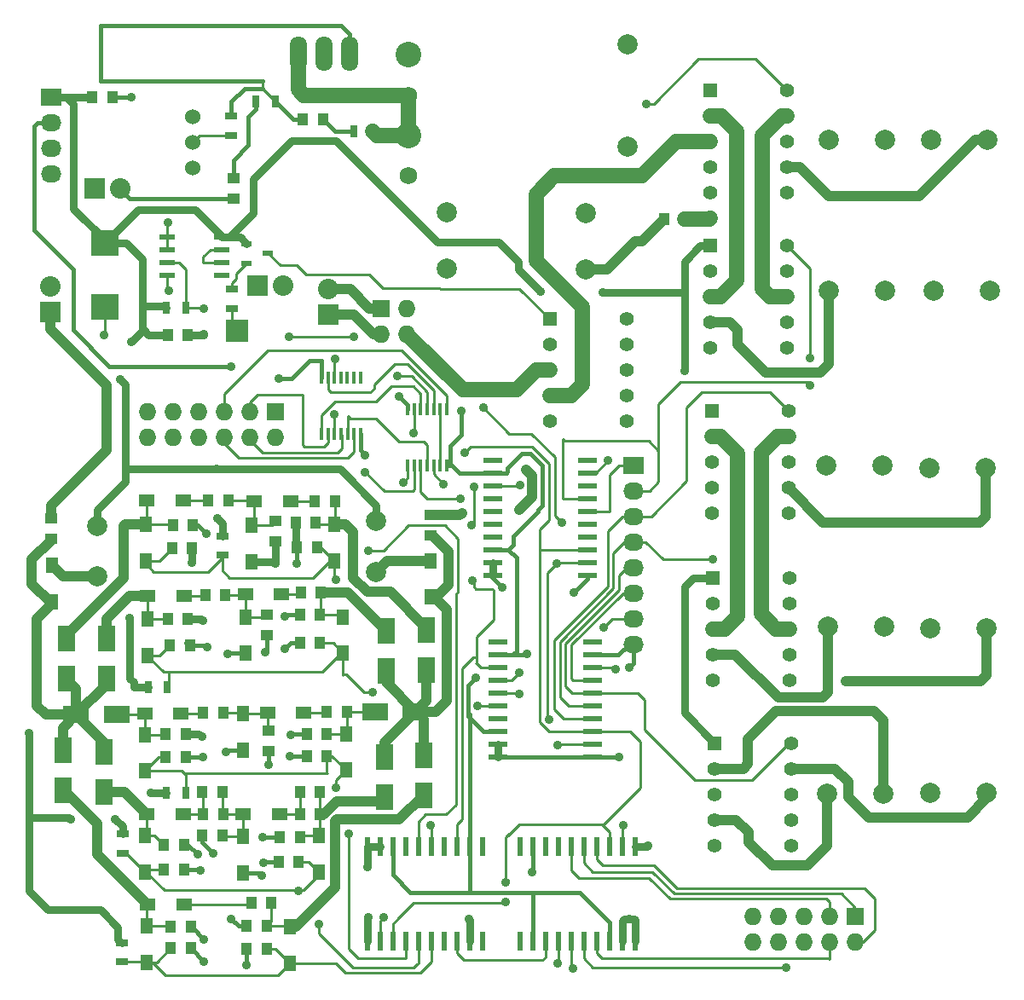
<source format=gtl>
%FSLAX46Y46*%
G04 Gerber Fmt 4.6, Leading zero omitted, Abs format (unit mm)*
G04 Created by KiCad (PCBNEW (2014-10-27 BZR 5228)-product) date 18/01/2015 08:28:49*
%MOMM*%
G01*
G04 APERTURE LIST*
%ADD10C,0.100000*%
%ADD11R,1.800860X2.499360*%
%ADD12R,2.499360X1.800860*%
%ADD13C,1.998980*%
%ADD14R,2.032000X2.032000*%
%ADD15O,2.032000X2.032000*%
%ADD16R,1.727200X1.727200*%
%ADD17O,1.727200X1.727200*%
%ADD18R,2.235200X2.235200*%
%ADD19R,2.032000X1.727200*%
%ADD20O,2.032000X1.727200*%
%ADD21R,1.000760X0.599440*%
%ADD22O,1.699260X3.500120*%
%ADD23R,0.299720X1.300480*%
%ADD24R,1.950000X0.600000*%
%ADD25R,0.600000X1.950000*%
%ADD26C,1.524000*%
%ADD27R,1.550000X0.600000*%
%ADD28C,2.540000*%
%ADD29C,1.727200*%
%ADD30R,1.397000X1.397000*%
%ADD31C,1.397000*%
%ADD32R,1.000000X1.250000*%
%ADD33R,1.250000X1.000000*%
%ADD34R,1.198880X1.600200*%
%ADD35R,1.600200X1.198880*%
%ADD36R,1.300000X0.700000*%
%ADD37R,0.700000X1.300000*%
%ADD38R,2.700020X2.550160*%
%ADD39C,0.889000*%
%ADD40C,0.762000*%
%ADD41C,0.381000*%
%ADD42C,0.254000*%
%ADD43C,1.016000*%
%ADD44C,1.524000*%
G04 APERTURE END LIST*
D10*
D11*
X104600000Y-117898980D03*
X104600000Y-113901020D03*
X108600000Y-117898980D03*
X108600000Y-113901020D03*
D12*
X105601020Y-121500000D03*
X109598980Y-121500000D03*
D11*
X108400000Y-125201020D03*
X108400000Y-129198980D03*
X104300000Y-125001020D03*
X104300000Y-128998980D03*
X140100000Y-125501020D03*
X140100000Y-129498980D03*
X140400000Y-117098980D03*
X140400000Y-113101020D03*
X136400000Y-117198980D03*
X136400000Y-113201020D03*
D12*
X139298980Y-121200000D03*
X135301020Y-121200000D03*
D11*
X136200000Y-125701020D03*
X136200000Y-129698980D03*
D13*
X160375600Y-54917340D03*
X160375600Y-65077340D03*
X142392400Y-77228700D03*
X142392400Y-71640700D03*
X156197300Y-77292200D03*
X156197300Y-71704200D03*
X196092000Y-64396000D03*
X190504000Y-64396000D03*
X196292000Y-79396000D03*
X190704000Y-79396000D03*
X195892000Y-96996000D03*
X190304000Y-96996000D03*
X185784000Y-129363000D03*
X180196000Y-129363000D03*
X195992000Y-112896000D03*
X190404000Y-112896000D03*
X185892000Y-64396000D03*
X180304000Y-64396000D03*
X185892000Y-79396000D03*
X180304000Y-79396000D03*
X185692000Y-96796000D03*
X180104000Y-96796000D03*
X195984000Y-129263000D03*
X190396000Y-129263000D03*
X185792000Y-112796000D03*
X180204000Y-112796000D03*
D14*
X130644900Y-81788000D03*
D15*
X130644900Y-79248000D03*
D14*
X123630000Y-78900000D03*
D15*
X126170000Y-78900000D03*
D16*
X125350000Y-91430000D03*
D17*
X125350000Y-93970000D03*
X122810000Y-91430000D03*
X122810000Y-93970000D03*
X120270000Y-91430000D03*
X120270000Y-93970000D03*
X117730000Y-91430000D03*
X117730000Y-93970000D03*
X115190000Y-91430000D03*
X115190000Y-93970000D03*
X112650000Y-91430000D03*
X112650000Y-93970000D03*
D14*
X107391200Y-69227700D03*
D15*
X109931200Y-69227700D03*
D14*
X103035100Y-81546700D03*
D15*
X103035100Y-79006700D03*
D18*
X121600000Y-83400000D03*
D19*
X103136700Y-60198000D03*
D20*
X103136700Y-62738000D03*
X103136700Y-65278000D03*
X103136700Y-67818000D03*
D21*
X122543360Y-74747500D03*
X124656640Y-75700000D03*
X122543360Y-76652500D03*
D22*
X130200000Y-55900000D03*
X132740000Y-55900000D03*
X127660000Y-55900000D03*
D13*
X107700000Y-102800640D03*
X107700000Y-107801900D03*
X135400000Y-107299360D03*
X135400000Y-102298100D03*
D16*
X135902700Y-81140300D03*
D17*
X135902700Y-83680300D03*
X138442700Y-81140300D03*
X138442700Y-83680300D03*
D23*
X133830400Y-88006000D03*
X133195400Y-88006000D03*
X132535000Y-88006000D03*
X131900000Y-88006000D03*
X131239600Y-88006000D03*
X130591900Y-88006000D03*
X129944200Y-88006000D03*
X129944200Y-93594000D03*
X130591900Y-93594000D03*
X131239600Y-93594000D03*
X131900000Y-93594000D03*
X132547700Y-93594000D03*
X133195400Y-93594000D03*
X133843100Y-93594000D03*
X142392400Y-91160600D03*
X141757400Y-91160600D03*
X141097000Y-91160600D03*
X140462000Y-91160600D03*
X139801600Y-91160600D03*
X139153900Y-91160600D03*
X138506200Y-91160600D03*
X138506200Y-96748600D03*
X139153900Y-96748600D03*
X139801600Y-96748600D03*
X140462000Y-96748600D03*
X141109700Y-96748600D03*
X141757400Y-96748600D03*
X142405100Y-96748600D03*
D24*
X147496800Y-114300000D03*
X147496800Y-115570000D03*
X147496800Y-116840000D03*
X147496800Y-118110000D03*
X147496800Y-119380000D03*
X147496800Y-120650000D03*
X147496800Y-121920000D03*
X147496800Y-123190000D03*
X147496800Y-124460000D03*
X147496800Y-125730000D03*
X156896800Y-125730000D03*
X156896800Y-124460000D03*
X156896800Y-123190000D03*
X156896800Y-121920000D03*
X156896800Y-120650000D03*
X156896800Y-119380000D03*
X156896800Y-118110000D03*
X156896800Y-116840000D03*
X156896800Y-115570000D03*
X156896800Y-114300000D03*
X146963400Y-96215200D03*
X146963400Y-97485200D03*
X146963400Y-98755200D03*
X146963400Y-100025200D03*
X146963400Y-101295200D03*
X146963400Y-102565200D03*
X146963400Y-103835200D03*
X146963400Y-105105200D03*
X146963400Y-106375200D03*
X146963400Y-107645200D03*
X156363400Y-107645200D03*
X156363400Y-106375200D03*
X156363400Y-105105200D03*
X156363400Y-103835200D03*
X156363400Y-102565200D03*
X156363400Y-101295200D03*
X156363400Y-100025200D03*
X156363400Y-98755200D03*
X156363400Y-97485200D03*
X156363400Y-96215200D03*
D25*
X145915000Y-134600000D03*
X144645000Y-134600000D03*
X143375000Y-134600000D03*
X142105000Y-134600000D03*
X140835000Y-134600000D03*
X139565000Y-134600000D03*
X138295000Y-134600000D03*
X137025000Y-134600000D03*
X135755000Y-134600000D03*
X134485000Y-134600000D03*
X134485000Y-144000000D03*
X135755000Y-144000000D03*
X137025000Y-144000000D03*
X138295000Y-144000000D03*
X139565000Y-144000000D03*
X140835000Y-144000000D03*
X142105000Y-144000000D03*
X143375000Y-144000000D03*
X144645000Y-144000000D03*
X145915000Y-144000000D03*
X149685000Y-144000000D03*
X150955000Y-144000000D03*
X152225000Y-144000000D03*
X153495000Y-144000000D03*
X154765000Y-144000000D03*
X156035000Y-144000000D03*
X157305000Y-144000000D03*
X158575000Y-144000000D03*
X159845000Y-144000000D03*
X161115000Y-144000000D03*
X161115000Y-134600000D03*
X159845000Y-134600000D03*
X158575000Y-134600000D03*
X157305000Y-134600000D03*
X156035000Y-134600000D03*
X154765000Y-134600000D03*
X153495000Y-134600000D03*
X152225000Y-134600000D03*
X150955000Y-134600000D03*
X149685000Y-134600000D03*
D26*
X117170200Y-64668400D03*
X117170200Y-62128400D03*
X117170200Y-67208400D03*
D16*
X182968900Y-141566900D03*
D17*
X182968900Y-144106900D03*
X180428900Y-141566900D03*
X180428900Y-144106900D03*
X177888900Y-141566900D03*
X177888900Y-144106900D03*
X175348900Y-141566900D03*
X175348900Y-144106900D03*
X172808900Y-141566900D03*
X172808900Y-144106900D03*
D19*
X160909000Y-96723200D03*
D20*
X160909000Y-99263200D03*
X160909000Y-101803200D03*
X160909000Y-104343200D03*
X160909000Y-106883200D03*
X160909000Y-109423200D03*
X160909000Y-111963200D03*
X160909000Y-114503200D03*
D27*
X114635300Y-74091800D03*
X114635300Y-75361800D03*
X114635300Y-76631800D03*
X114635300Y-77901800D03*
X120035300Y-77901800D03*
X120035300Y-76631800D03*
X120035300Y-75361800D03*
X120035300Y-74091800D03*
D28*
X138582400Y-55976000D03*
D29*
X138582400Y-59976000D03*
D28*
X138582400Y-63976000D03*
D29*
X138582400Y-67976000D03*
D30*
X152603200Y-82207100D03*
D31*
X152603200Y-84747100D03*
X152603200Y-87287100D03*
X152603200Y-89827100D03*
X152603200Y-92367100D03*
X160223200Y-92367100D03*
X160223200Y-89827100D03*
X160223200Y-87287100D03*
X160223200Y-84747100D03*
X160223200Y-82207100D03*
D30*
X168590000Y-59520000D03*
D31*
X168590000Y-62060000D03*
X168590000Y-64600000D03*
X168590000Y-67140000D03*
X168590000Y-69680000D03*
X176210000Y-69680000D03*
X176210000Y-67140000D03*
X176210000Y-64600000D03*
X176210000Y-62060000D03*
X176210000Y-59520000D03*
D30*
X168590000Y-74920000D03*
D31*
X168590000Y-77460000D03*
X168590000Y-80000000D03*
X168590000Y-82540000D03*
X168590000Y-85080000D03*
X176210000Y-85080000D03*
X176210000Y-82540000D03*
X176210000Y-80000000D03*
X176210000Y-77460000D03*
X176210000Y-74920000D03*
D30*
X168690000Y-91320000D03*
D31*
X168690000Y-93860000D03*
X168690000Y-96400000D03*
X168690000Y-98940000D03*
X168690000Y-101480000D03*
X176310000Y-101480000D03*
X176310000Y-98940000D03*
X176310000Y-96400000D03*
X176310000Y-93860000D03*
X176310000Y-91320000D03*
D30*
X168790000Y-107920000D03*
D31*
X168790000Y-110460000D03*
X168790000Y-113000000D03*
X168790000Y-115540000D03*
X168790000Y-118080000D03*
X176410000Y-118080000D03*
X176410000Y-115540000D03*
X176410000Y-113000000D03*
X176410000Y-110460000D03*
X176410000Y-107920000D03*
D30*
X168990000Y-124320000D03*
D31*
X168990000Y-126860000D03*
X168990000Y-129400000D03*
X168990000Y-131940000D03*
X168990000Y-134480000D03*
X176610000Y-134480000D03*
X176610000Y-131940000D03*
X176610000Y-129400000D03*
X176610000Y-126860000D03*
X176610000Y-124320000D03*
D32*
X107200000Y-60200000D03*
X109200000Y-60200000D03*
D33*
X121196100Y-68227700D03*
X121196100Y-70227700D03*
D32*
X114671600Y-83769200D03*
X116671600Y-83769200D03*
X130100000Y-62400000D03*
X128100000Y-62400000D03*
D33*
X103100000Y-104000000D03*
X103100000Y-102000000D03*
D32*
X115100000Y-105000000D03*
X117100000Y-105000000D03*
X114900000Y-114600000D03*
X116900000Y-114600000D03*
X130500000Y-125600000D03*
X128500000Y-125600000D03*
X114300000Y-136900000D03*
X116300000Y-136900000D03*
X115000000Y-144700000D03*
X117000000Y-144700000D03*
X115200000Y-102700000D03*
X117200000Y-102700000D03*
X114700000Y-112000000D03*
X116700000Y-112000000D03*
X114500000Y-123400000D03*
X116500000Y-123400000D03*
X114300000Y-134400000D03*
X116300000Y-134400000D03*
X115000000Y-142600000D03*
X117000000Y-142600000D03*
X120700000Y-100200000D03*
X118700000Y-100200000D03*
X120400000Y-109600000D03*
X118400000Y-109600000D03*
X120200000Y-121300000D03*
X118200000Y-121300000D03*
X120200000Y-131400000D03*
X118200000Y-131400000D03*
X125000000Y-140200000D03*
X123000000Y-140200000D03*
X124500000Y-144800000D03*
X122500000Y-144800000D03*
D33*
X125400000Y-102300000D03*
X125400000Y-104300000D03*
X124500000Y-111600000D03*
X124500000Y-113600000D03*
X124700000Y-123100000D03*
X124700000Y-125100000D03*
D32*
X120100000Y-133500000D03*
X118100000Y-133500000D03*
X124500000Y-142500000D03*
X122500000Y-142500000D03*
X131300000Y-100300000D03*
X129300000Y-100300000D03*
X129900000Y-109400000D03*
X127900000Y-109400000D03*
X132500000Y-121200000D03*
X130500000Y-121200000D03*
X129800000Y-129200000D03*
X127800000Y-129200000D03*
X129500000Y-104900000D03*
X127500000Y-104900000D03*
X129800000Y-114400000D03*
X127800000Y-114400000D03*
X114500000Y-125700000D03*
X116500000Y-125700000D03*
X127700000Y-136100000D03*
X125700000Y-136100000D03*
X129400000Y-102400000D03*
X127400000Y-102400000D03*
X129800000Y-111600000D03*
X127800000Y-111600000D03*
X130500000Y-123400000D03*
X128500000Y-123400000D03*
X127800000Y-133700000D03*
X125800000Y-133700000D03*
D33*
X140800000Y-101700000D03*
X140800000Y-103700000D03*
D32*
X120100000Y-129200000D03*
X118100000Y-129200000D03*
X129800000Y-131400000D03*
X127800000Y-131400000D03*
D34*
X103200000Y-106699140D03*
X103200000Y-110300860D03*
X112500000Y-102599140D03*
X112500000Y-106200860D03*
X112700000Y-111999140D03*
X112700000Y-115600860D03*
X112400000Y-123499140D03*
X112400000Y-127100860D03*
X112400000Y-133499140D03*
X112400000Y-137100860D03*
X112600000Y-142499140D03*
X112600000Y-146100860D03*
D35*
X112599140Y-100200000D03*
X116200860Y-100200000D03*
X112699140Y-109700000D03*
X116300860Y-109700000D03*
X112399140Y-121400000D03*
X116000860Y-121400000D03*
X112599140Y-131400000D03*
X116200860Y-131400000D03*
X112699140Y-140400000D03*
X116300860Y-140400000D03*
D34*
X123000000Y-102699140D03*
X123000000Y-106300860D03*
X122400000Y-111799140D03*
X122400000Y-115400860D03*
X122200000Y-121399140D03*
X122200000Y-125000860D03*
X122200000Y-133599140D03*
X122200000Y-137200860D03*
X126800000Y-142599140D03*
X126800000Y-146200860D03*
D35*
X123299140Y-100300000D03*
X126900860Y-100300000D03*
X122399140Y-109500000D03*
X126000860Y-109500000D03*
X124599140Y-121300000D03*
X128200860Y-121300000D03*
X122199140Y-131400000D03*
X125800860Y-131400000D03*
D34*
X131200000Y-102599140D03*
X131200000Y-106200860D03*
X132100000Y-111799140D03*
X132100000Y-115400860D03*
X132400000Y-123399140D03*
X132400000Y-127000860D03*
X129700000Y-133499140D03*
X129700000Y-137100860D03*
X140800000Y-106199140D03*
X140800000Y-109800860D03*
D36*
X121100000Y-79250000D03*
X121100000Y-81150000D03*
D37*
X125350000Y-60600000D03*
X123450000Y-60600000D03*
D36*
X120967500Y-62067400D03*
X120967500Y-63967400D03*
D37*
X116456500Y-81076800D03*
X114556500Y-81076800D03*
X135050000Y-63600000D03*
X133150000Y-63600000D03*
D36*
X110100000Y-146050000D03*
X110100000Y-144150000D03*
X110200000Y-135250000D03*
X110200000Y-133350000D03*
D37*
X116450000Y-129300000D03*
X114550000Y-129300000D03*
X114650000Y-118800000D03*
X112750000Y-118800000D03*
D36*
X120100000Y-105650000D03*
X120100000Y-103750000D03*
D38*
X108407200Y-81013300D03*
X108407200Y-74663300D03*
D32*
X166000000Y-72300000D03*
X164000000Y-72300000D03*
D39*
X113000000Y-129300000D03*
X110900000Y-111900000D03*
X157900000Y-79600000D03*
X151700000Y-79500000D03*
X166000000Y-87400000D03*
X109500000Y-131900000D03*
X105100000Y-131900000D03*
X100900000Y-123300000D03*
X119600000Y-102000000D03*
X119500000Y-97100000D03*
X111100000Y-84500000D03*
X110000000Y-88200000D03*
X111100000Y-60200000D03*
X147900000Y-108900000D03*
X155000000Y-109400000D03*
X150900000Y-137100000D03*
X118300000Y-146000000D03*
X122500000Y-146400000D03*
X117900000Y-137000000D03*
X117700000Y-135400000D03*
X119200000Y-135300000D03*
X124000000Y-137500000D03*
X124200000Y-136200000D03*
X124100000Y-133700000D03*
X126900000Y-123500000D03*
X126800000Y-125600000D03*
X124700000Y-126500000D03*
X120500000Y-125200000D03*
X118200000Y-125700000D03*
X126300000Y-115000000D03*
X126300000Y-111700000D03*
X124400000Y-115300000D03*
X120600000Y-115500000D03*
X118600000Y-114800000D03*
X127500000Y-106500000D03*
X118500000Y-103500000D03*
X118200000Y-112200000D03*
X118100000Y-123700000D03*
X134500000Y-136600000D03*
X134600000Y-141600000D03*
X144600000Y-141800000D03*
X162400000Y-134500000D03*
X160500000Y-141800000D03*
X125400000Y-106500000D03*
X117100000Y-106400000D03*
X118272560Y-83743800D03*
X114757200Y-79362300D03*
X158419800Y-96240600D03*
X108356400Y-83794600D03*
X137700000Y-89900000D03*
X159500000Y-125700000D03*
X160500000Y-116800000D03*
X118300000Y-143800000D03*
X121000000Y-141800000D03*
X125700000Y-88100000D03*
X182000000Y-118200000D03*
X176610000Y-126860000D03*
X150300000Y-97200000D03*
X149600000Y-101200000D03*
X143900000Y-101500000D03*
X131400000Y-108100000D03*
X134600000Y-105200000D03*
X135000000Y-119300000D03*
X140800000Y-132500000D03*
X131400000Y-128800000D03*
X132700000Y-133300000D03*
X127700000Y-139000000D03*
X129700000Y-142300000D03*
X162229800Y-60833000D03*
X178500000Y-86100000D03*
X178500000Y-88800000D03*
X168800000Y-106100000D03*
X131300000Y-86200000D03*
X121000000Y-86900000D03*
X150368000Y-115493800D03*
X145262600Y-117805200D03*
X143800000Y-91300000D03*
X134300000Y-95700000D03*
X153835100Y-102425500D03*
X146000000Y-91000000D03*
X118300500Y-81191100D03*
X137500000Y-87900000D03*
X157975300Y-112826800D03*
X133200000Y-84000000D03*
X126698700Y-84001300D03*
X131200000Y-91700000D03*
X134300000Y-97400000D03*
X144896840Y-102641400D03*
X144932400Y-108168440D03*
X139090400Y-93522800D03*
X145072100Y-98844100D03*
X148200000Y-138200000D03*
X148200000Y-140100000D03*
X144145000Y-95453200D03*
X138049000Y-98425000D03*
X153390600Y-124498100D03*
X152600000Y-122000000D03*
X143713200Y-100050600D03*
X153339800Y-106451400D03*
X159900000Y-132500000D03*
X142100000Y-98600000D03*
X136100000Y-141600000D03*
X149644100Y-98742500D03*
X159143700Y-116954300D03*
X149618700Y-117309900D03*
X176100000Y-146600000D03*
X149618700Y-119481600D03*
X154900000Y-146700000D03*
X145427700Y-120662700D03*
X153400000Y-146200000D03*
X114681000Y-72656700D03*
X168600000Y-72200000D03*
D40*
X114550000Y-129300000D02*
X113000000Y-129300000D01*
X109750000Y-143800000D02*
X109750000Y-142650000D01*
X100900000Y-139000000D02*
X100900000Y-131700000D01*
X100900000Y-139000000D02*
X102800000Y-140900000D01*
X102800000Y-140900000D02*
X108000000Y-140900000D01*
X108000000Y-140900000D02*
X109750000Y-142650000D01*
X109750000Y-143800000D02*
X110100000Y-144150000D01*
X111300000Y-118300000D02*
X110900000Y-117900000D01*
X110900000Y-117900000D02*
X110900000Y-111900000D01*
X112750000Y-118800000D02*
X111300000Y-118800000D01*
X111300000Y-118800000D02*
X111300000Y-118300000D01*
X103136700Y-60198000D02*
X107198000Y-60198000D01*
X107198000Y-60198000D02*
X107200000Y-60200000D01*
X120035300Y-74091800D02*
X120808200Y-74091800D01*
X120808200Y-74091800D02*
X123200000Y-71700000D01*
X157900000Y-79600000D02*
X166000000Y-79600000D01*
X149500000Y-77300000D02*
X151700000Y-79500000D01*
X149500000Y-76500000D02*
X149500000Y-77300000D01*
X147600000Y-74600000D02*
X149500000Y-76500000D01*
X141500000Y-74600000D02*
X147600000Y-74600000D01*
X131400000Y-64500000D02*
X141500000Y-74600000D01*
X127000000Y-64500000D02*
X131400000Y-64500000D01*
X123200000Y-68300000D02*
X127000000Y-64500000D01*
X123200000Y-71700000D02*
X123200000Y-68300000D01*
X166000000Y-79600000D02*
X165900000Y-79600000D01*
X165900000Y-79600000D02*
X166000000Y-79600000D01*
X168590000Y-74920000D02*
X167580000Y-74920000D01*
X166000000Y-76500000D02*
X166000000Y-79600000D01*
X166000000Y-79600000D02*
X166000000Y-87400000D01*
X167580000Y-74920000D02*
X166000000Y-76500000D01*
X168790000Y-107920000D02*
X166880000Y-107920000D01*
X166000000Y-121330000D02*
X168990000Y-124320000D01*
X166000000Y-108800000D02*
X166000000Y-121330000D01*
X166880000Y-107920000D02*
X166000000Y-108800000D01*
X110200000Y-133350000D02*
X110200000Y-132600000D01*
X110200000Y-132600000D02*
X109500000Y-131900000D01*
X104900000Y-131700000D02*
X100900000Y-131700000D01*
X105100000Y-131900000D02*
X104900000Y-131700000D01*
X100900000Y-123300000D02*
X100900000Y-131700000D01*
X119600000Y-102000000D02*
X120100000Y-102500000D01*
X120100000Y-103750000D02*
X120100000Y-102500000D01*
X110500000Y-97100000D02*
X119500000Y-97100000D01*
X119500000Y-97100000D02*
X131800000Y-97100000D01*
X135400000Y-100700000D02*
X135400000Y-102298100D01*
X131800000Y-97100000D02*
X135400000Y-100700000D01*
X111100000Y-84500000D02*
X112266100Y-83333900D01*
X112366100Y-83333900D02*
X112266100Y-83333900D01*
X107700000Y-101200000D02*
X107700000Y-102800640D01*
X110500000Y-98400000D02*
X107700000Y-101200000D01*
X110500000Y-88700000D02*
X110500000Y-97100000D01*
X110500000Y-97100000D02*
X110500000Y-98400000D01*
X110000000Y-88200000D02*
X110500000Y-88700000D01*
X120035300Y-74091800D02*
X121887660Y-74091800D01*
X121887660Y-74091800D02*
X122543360Y-74747500D01*
X108407200Y-74663300D02*
X108407200Y-74320400D01*
X108407200Y-74320400D02*
X105333800Y-71247000D01*
X104673400Y-60198000D02*
X103136700Y-60198000D01*
X105333800Y-60858400D02*
X104673400Y-60198000D01*
X105333800Y-71247000D02*
X105333800Y-60858400D01*
X112179100Y-80949800D02*
X114429500Y-80949800D01*
X114429500Y-80949800D02*
X114556500Y-81076800D01*
X108407200Y-74663300D02*
X110540800Y-74663300D01*
X112801400Y-83769200D02*
X114671600Y-83769200D01*
X112366100Y-83333900D02*
X112801400Y-83769200D01*
X112179100Y-83146900D02*
X112366100Y-83333900D01*
X112179100Y-80949800D02*
X112179100Y-83146900D01*
X112179100Y-76301600D02*
X112179100Y-80949800D01*
X110540800Y-74663300D02*
X112179100Y-76301600D01*
X108407200Y-74663300D02*
X108191300Y-74663300D01*
X120035300Y-74091800D02*
X120035300Y-74010500D01*
X120035300Y-74010500D02*
X117386100Y-71361300D01*
X111709200Y-71361300D02*
X108407200Y-74663300D01*
X117386100Y-71361300D02*
X111709200Y-71361300D01*
D41*
X109200000Y-60200000D02*
X111100000Y-60200000D01*
X146963400Y-107645200D02*
X146963400Y-107963400D01*
X146963400Y-107963400D02*
X147900000Y-108900000D01*
X156363400Y-107645200D02*
X156363400Y-108036600D01*
X156363400Y-108036600D02*
X155000000Y-109400000D01*
X150955000Y-134600000D02*
X150955000Y-137045000D01*
X150955000Y-137045000D02*
X150900000Y-137100000D01*
X117000000Y-144700000D02*
X118300000Y-146000000D01*
X122500000Y-144800000D02*
X122500000Y-146400000D01*
X116300000Y-136900000D02*
X117800000Y-136900000D01*
X117800000Y-136900000D02*
X117900000Y-137000000D01*
X116700000Y-134400000D02*
X117700000Y-135400000D01*
X116300000Y-134400000D02*
X116700000Y-134400000D01*
X118100000Y-133500000D02*
X118100000Y-134200000D01*
X118100000Y-134200000D02*
X119200000Y-135300000D01*
X122200000Y-137200860D02*
X123700860Y-137200860D01*
X123700860Y-137200860D02*
X124000000Y-137500000D01*
X125700000Y-136100000D02*
X124300000Y-136100000D01*
X124300000Y-136100000D02*
X124200000Y-136200000D01*
X125800000Y-133700000D02*
X124100000Y-133700000D01*
X128500000Y-123400000D02*
X127000000Y-123400000D01*
X127000000Y-123400000D02*
X126900000Y-123500000D01*
X128500000Y-125600000D02*
X126800000Y-125600000D01*
X124700000Y-125100000D02*
X124700000Y-126500000D01*
X122200000Y-125000860D02*
X120699140Y-125000860D01*
X120699140Y-125000860D02*
X120500000Y-125200000D01*
X116500000Y-125700000D02*
X118200000Y-125700000D01*
X127800000Y-114400000D02*
X126900000Y-114400000D01*
X126900000Y-114400000D02*
X126300000Y-115000000D01*
X127800000Y-111600000D02*
X126400000Y-111600000D01*
X126400000Y-111600000D02*
X126300000Y-111700000D01*
X124500000Y-113600000D02*
X124500000Y-115200000D01*
X124500000Y-115200000D02*
X124400000Y-115300000D01*
X122400000Y-115400860D02*
X120699140Y-115400860D01*
X120699140Y-115400860D02*
X120600000Y-115500000D01*
X116900000Y-114600000D02*
X118400000Y-114600000D01*
X118400000Y-114600000D02*
X118600000Y-114800000D01*
X127500000Y-104900000D02*
X127500000Y-106500000D01*
X117200000Y-102700000D02*
X117700000Y-102700000D01*
X117700000Y-102700000D02*
X118500000Y-103500000D01*
D40*
X147496800Y-125730000D02*
X147496800Y-124460000D01*
D41*
X147496800Y-125730000D02*
X156896800Y-125730000D01*
D40*
X116700000Y-112000000D02*
X118000000Y-112000000D01*
X118000000Y-112000000D02*
X118200000Y-112200000D01*
X116700000Y-114400000D02*
X116900000Y-114600000D01*
X116500000Y-123400000D02*
X117800000Y-123400000D01*
X117800000Y-123400000D02*
X118100000Y-123700000D01*
X122299140Y-125100000D02*
X122200000Y-125000860D01*
X125800000Y-136000000D02*
X125700000Y-136100000D01*
X134485000Y-134600000D02*
X134485000Y-136585000D01*
X134485000Y-136585000D02*
X134500000Y-136600000D01*
X135755000Y-134600000D02*
X134485000Y-134600000D01*
X134485000Y-144000000D02*
X134485000Y-141715000D01*
X134485000Y-141715000D02*
X134600000Y-141600000D01*
X144645000Y-144000000D02*
X144645000Y-141845000D01*
X144645000Y-141845000D02*
X144600000Y-141800000D01*
X161115000Y-134600000D02*
X162300000Y-134600000D01*
X162300000Y-134600000D02*
X162400000Y-134500000D01*
X159845000Y-144000000D02*
X159845000Y-141945000D01*
X161115000Y-141915000D02*
X161115000Y-144000000D01*
X161000000Y-141800000D02*
X161115000Y-141915000D01*
X159990000Y-141800000D02*
X160500000Y-141800000D01*
X160500000Y-141800000D02*
X161000000Y-141800000D01*
X159845000Y-141945000D02*
X159990000Y-141800000D01*
X125400000Y-104300000D02*
X125400000Y-106500000D01*
X125200860Y-106300860D02*
X123000000Y-106300860D01*
X125400000Y-106500000D02*
X125200860Y-106300860D01*
X127400000Y-102400000D02*
X127400000Y-103800000D01*
X127400000Y-103800000D02*
X127400000Y-104800000D01*
X127400000Y-104800000D02*
X127500000Y-104900000D01*
X117100000Y-105000000D02*
X117100000Y-106400000D01*
X117200000Y-104900000D02*
X117100000Y-105000000D01*
X116671600Y-83769200D02*
X118247160Y-83769200D01*
X118247160Y-83769200D02*
X118272560Y-83743800D01*
D42*
X114635300Y-77901800D02*
X114635300Y-79255600D01*
X114681000Y-79438500D02*
X114757200Y-79362300D01*
X114452400Y-79438500D02*
X114681000Y-79438500D01*
X114635300Y-79255600D02*
X114452400Y-79438500D01*
X146989800Y-107645200D02*
X146963400Y-107645200D01*
X156363400Y-97485200D02*
X157175200Y-97485200D01*
X157175200Y-97485200D02*
X158419800Y-96240600D01*
D40*
X146963400Y-106375200D02*
X146963400Y-107645200D01*
D42*
X108407200Y-81013300D02*
X108407200Y-83743800D01*
X108407200Y-83743800D02*
X108356400Y-83794600D01*
D41*
X129944200Y-86344200D02*
X129900000Y-86300000D01*
X129944200Y-88006000D02*
X129944200Y-86344200D01*
X138506200Y-90706200D02*
X137700000Y-89900000D01*
X138506200Y-91160600D02*
X138506200Y-90706200D01*
X159470000Y-125730000D02*
X159500000Y-125700000D01*
X158500000Y-125730000D02*
X159470000Y-125730000D01*
X158483300Y-125730000D02*
X158500000Y-125730000D01*
X158500000Y-125730000D02*
X156896800Y-125730000D01*
X160496800Y-114503200D02*
X160909000Y-114503200D01*
X159430000Y-115570000D02*
X160496800Y-114503200D01*
X156896800Y-115570000D02*
X159430000Y-115570000D01*
X160909000Y-116391000D02*
X160500000Y-116800000D01*
X160489200Y-116789200D02*
X160375600Y-116789200D01*
X160489200Y-116789200D02*
X160500000Y-116800000D01*
X160909000Y-114503200D02*
X160909000Y-116391000D01*
X117100000Y-142600000D02*
X118300000Y-143800000D01*
X117000000Y-142600000D02*
X117100000Y-142600000D01*
X121700000Y-142500000D02*
X121000000Y-141800000D01*
X122500000Y-142500000D02*
X121700000Y-142500000D01*
X128755800Y-86344200D02*
X127000000Y-88100000D01*
X127000000Y-88100000D02*
X125700000Y-88100000D01*
X129944200Y-86344200D02*
X128755800Y-86344200D01*
X121196100Y-66403900D02*
X122700000Y-64900000D01*
X122700000Y-64900000D02*
X122700000Y-62100000D01*
X122700000Y-62100000D02*
X123450000Y-61350000D01*
X123450000Y-61350000D02*
X123450000Y-60600000D01*
X121196100Y-68227700D02*
X121196100Y-66403900D01*
X121196100Y-70227700D02*
X110931200Y-70227700D01*
X110931200Y-70227700D02*
X109931200Y-69227700D01*
D42*
X120967500Y-63967400D02*
X117871200Y-63967400D01*
X117871200Y-63967400D02*
X117170200Y-64668400D01*
D41*
X133150000Y-63600000D02*
X131300000Y-63600000D01*
X131300000Y-63600000D02*
X130100000Y-62400000D01*
X128100000Y-62400000D02*
X127150000Y-62400000D01*
X127150000Y-62400000D02*
X125350000Y-60600000D01*
X108000000Y-58600000D02*
X124100000Y-58600000D01*
X108000000Y-53100000D02*
X108000000Y-58600000D01*
D42*
X124100000Y-58600000D02*
X124100000Y-58600000D01*
X124100000Y-58600000D02*
X124100000Y-58500000D01*
D41*
X125500000Y-53100000D02*
X108000000Y-53100000D01*
X131900000Y-53100000D02*
X125500000Y-53100000D01*
X132740000Y-53940000D02*
X131900000Y-53100000D01*
X132740000Y-55900000D02*
X132740000Y-53940000D01*
D42*
X124100000Y-59350000D02*
X125350000Y-60600000D01*
X124100000Y-58600000D02*
X124100000Y-59350000D01*
D41*
X120967500Y-60632500D02*
X122300000Y-59300000D01*
X122300000Y-59300000D02*
X124100000Y-59300000D01*
X124100000Y-59300000D02*
X124100000Y-59350000D01*
X120967500Y-62067400D02*
X120967500Y-60632500D01*
D43*
X161100000Y-74500000D02*
X161800000Y-74500000D01*
X158307800Y-77292200D02*
X161100000Y-74500000D01*
X156197300Y-77292200D02*
X158307800Y-77292200D01*
X161800000Y-74500000D02*
X164000000Y-72300000D01*
D44*
X156197300Y-77292200D02*
X156197300Y-77102700D01*
D43*
X196092000Y-64396000D02*
X194904000Y-64396000D01*
X177440000Y-67140000D02*
X176210000Y-67140000D01*
X180300000Y-70000000D02*
X177440000Y-67140000D01*
X189300000Y-70000000D02*
X180300000Y-70000000D01*
X194904000Y-64396000D02*
X189300000Y-70000000D01*
D42*
X196138000Y-79465300D02*
X196138000Y-79947300D01*
D43*
X195892000Y-96996000D02*
X195892000Y-101808000D01*
X179770000Y-102400000D02*
X176310000Y-98940000D01*
X195300000Y-102400000D02*
X179770000Y-102400000D01*
X195892000Y-101808000D02*
X195300000Y-102400000D01*
X195992000Y-112896000D02*
X195992000Y-117608000D01*
X195400000Y-118200000D02*
X182000000Y-118200000D01*
X195992000Y-117608000D02*
X195400000Y-118200000D01*
X185784000Y-129363000D02*
X185784000Y-122084000D01*
X171840000Y-126860000D02*
X168990000Y-126860000D01*
X172300000Y-126400000D02*
X171840000Y-126860000D01*
X172300000Y-123900000D02*
X172300000Y-126400000D01*
X175100000Y-121100000D02*
X172300000Y-123900000D01*
X184800000Y-121100000D02*
X175100000Y-121100000D01*
X185784000Y-122084000D02*
X184800000Y-121100000D01*
X185784000Y-129363000D02*
X185337000Y-129363000D01*
X180196000Y-129363000D02*
X180196000Y-134504000D01*
X171140000Y-131940000D02*
X168990000Y-131940000D01*
X172400000Y-133200000D02*
X171140000Y-131940000D01*
X172400000Y-134200000D02*
X172400000Y-133200000D01*
X174700000Y-136500000D02*
X172400000Y-134200000D01*
X178200000Y-136500000D02*
X174700000Y-136500000D01*
X180196000Y-134504000D02*
X178200000Y-136500000D01*
X195984000Y-129263000D02*
X195984000Y-129816000D01*
X195984000Y-129816000D02*
X194100000Y-131700000D01*
X180960000Y-126860000D02*
X176610000Y-126860000D01*
X182300000Y-128200000D02*
X180960000Y-126860000D01*
X182300000Y-129700000D02*
X182300000Y-128200000D01*
X184300000Y-131700000D02*
X182300000Y-129700000D01*
X194100000Y-131700000D02*
X184300000Y-131700000D01*
X180304000Y-79396000D02*
X180304000Y-86696000D01*
X170540000Y-82540000D02*
X168590000Y-82540000D01*
X171300000Y-83300000D02*
X170540000Y-82540000D01*
X171300000Y-84700000D02*
X171300000Y-83300000D01*
X174100000Y-87500000D02*
X171300000Y-84700000D01*
X179500000Y-87500000D02*
X174100000Y-87500000D01*
X180304000Y-86696000D02*
X179500000Y-87500000D01*
D42*
X190396000Y-129263000D02*
X190396000Y-129156600D01*
D43*
X180204000Y-112796000D02*
X180204000Y-119296000D01*
X171040000Y-115540000D02*
X168790000Y-115540000D01*
X175300000Y-119800000D02*
X171040000Y-115540000D01*
X179700000Y-119800000D02*
X175300000Y-119800000D01*
X180204000Y-119296000D02*
X179700000Y-119800000D01*
D42*
X103200000Y-110300860D02*
X103200000Y-110500000D01*
D43*
X101700000Y-120600000D02*
X102600000Y-121500000D01*
X102600000Y-121500000D02*
X105601020Y-121500000D01*
X103200000Y-110500000D02*
X101700000Y-112000000D01*
X101700000Y-112000000D02*
X101700000Y-120600000D01*
D42*
X103100000Y-104000000D02*
X103100000Y-104200000D01*
D43*
X101200000Y-106100000D02*
X101200000Y-108500000D01*
X103100000Y-104200000D02*
X101200000Y-106100000D01*
X101200000Y-108500000D02*
X103000860Y-110300860D01*
D42*
X103000860Y-110300860D02*
X103200000Y-110300860D01*
D43*
X105601020Y-121500000D02*
X105601020Y-118900000D01*
X105601020Y-118900000D02*
X104600000Y-117898980D01*
X104300000Y-125001020D02*
X104300000Y-122801020D01*
X104300000Y-122801020D02*
X105601020Y-121500000D01*
D42*
X108400000Y-125201020D02*
X108400000Y-124298980D01*
D43*
X108400000Y-124298980D02*
X105601020Y-121500000D01*
D42*
X108600000Y-117898980D02*
X108600000Y-118501020D01*
D43*
X108600000Y-118501020D02*
X105601020Y-121500000D01*
X140800000Y-101700000D02*
X143700000Y-101700000D01*
X150900000Y-97800000D02*
X150300000Y-97200000D01*
X150900000Y-99900000D02*
X150900000Y-97800000D01*
X149600000Y-101200000D02*
X150900000Y-99900000D01*
X143700000Y-101700000D02*
X143900000Y-101500000D01*
D42*
X139565000Y-134600000D02*
X139565000Y-132135000D01*
X131200000Y-107900000D02*
X131200000Y-106200860D01*
X131400000Y-108100000D02*
X131200000Y-107900000D01*
X136100000Y-105200000D02*
X134600000Y-105200000D01*
X138600000Y-102700000D02*
X136100000Y-105200000D01*
X142200000Y-102700000D02*
X138600000Y-102700000D01*
X143500000Y-104000000D02*
X142200000Y-102700000D01*
X143500000Y-109300000D02*
X143500000Y-104000000D01*
X143289002Y-109510998D02*
X143500000Y-109300000D01*
X143289002Y-130410998D02*
X143289002Y-109510998D01*
X142300000Y-131400000D02*
X143289002Y-130410998D01*
X140300000Y-131400000D02*
X142300000Y-131400000D01*
X139565000Y-132135000D02*
X140300000Y-131400000D01*
X131200000Y-106200860D02*
X130799140Y-106200860D01*
X130799140Y-106200860D02*
X129100000Y-107900000D01*
X120100000Y-107200000D02*
X120100000Y-105650000D01*
X120800000Y-107900000D02*
X120100000Y-107200000D01*
X129100000Y-107900000D02*
X120800000Y-107900000D01*
X129500000Y-104900000D02*
X129899140Y-104900000D01*
X129899140Y-104900000D02*
X131200000Y-106200860D01*
X120100000Y-105650000D02*
X120100000Y-105900000D01*
X120100000Y-105900000D02*
X118700000Y-107300000D01*
X118700000Y-107300000D02*
X113300000Y-107300000D01*
X113300000Y-107300000D02*
X112500000Y-106500000D01*
X112500000Y-106500000D02*
X112500000Y-106200860D01*
X112500000Y-106200860D02*
X113899140Y-106200860D01*
X113899140Y-106200860D02*
X115100000Y-105000000D01*
X132100000Y-117500000D02*
X132400000Y-117500000D01*
X134200000Y-119300000D02*
X135000000Y-119300000D01*
X132400000Y-117500000D02*
X134200000Y-119300000D01*
X140835000Y-132535000D02*
X140835000Y-134600000D01*
X140835000Y-132535000D02*
X140800000Y-132500000D01*
X132100000Y-115400860D02*
X132100000Y-117500000D01*
X132100000Y-117500000D02*
X132100000Y-117600000D01*
X114800000Y-117250000D02*
X114800000Y-118650000D01*
X114800000Y-118650000D02*
X114650000Y-118800000D01*
X119700000Y-117250000D02*
X114800000Y-117250000D01*
X114800000Y-117250000D02*
X114250000Y-117250000D01*
X114250000Y-117250000D02*
X112700000Y-115700000D01*
X112700000Y-115700000D02*
X112700000Y-115600860D01*
X119700000Y-117250000D02*
X130050000Y-117250000D01*
X130050000Y-117250000D02*
X131899140Y-115400860D01*
X131899140Y-115400860D02*
X132100000Y-115400860D01*
X112700000Y-115600860D02*
X113000860Y-115600860D01*
X132100000Y-115900000D02*
X132100000Y-115400860D01*
X112700000Y-115600860D02*
X113899140Y-115600860D01*
X113899140Y-115600860D02*
X114900000Y-114600000D01*
X129800000Y-114400000D02*
X131099140Y-114400000D01*
X131099140Y-114400000D02*
X132100000Y-115400860D01*
X116350000Y-127350000D02*
X130550000Y-127350000D01*
X130500000Y-127300000D02*
X130500000Y-125600000D01*
X130550000Y-127350000D02*
X130500000Y-127300000D01*
X131400000Y-128800000D02*
X131400000Y-128000860D01*
X138295000Y-145700000D02*
X138295000Y-145705000D01*
X132700000Y-144800000D02*
X132700000Y-133300000D01*
X133600000Y-145700000D02*
X132700000Y-144800000D01*
X138290000Y-145700000D02*
X133600000Y-145700000D01*
X138295000Y-145705000D02*
X138290000Y-145700000D01*
X138295000Y-144000000D02*
X138295000Y-145700000D01*
X131400000Y-128000860D02*
X132400000Y-127000860D01*
X116450000Y-129300000D02*
X116450000Y-127450000D01*
X116450000Y-127450000D02*
X116350000Y-127350000D01*
X116350000Y-127350000D02*
X116100860Y-127100860D01*
X114500000Y-125700000D02*
X113800860Y-125700000D01*
X113800860Y-125700000D02*
X112400000Y-127100860D01*
X130500000Y-125600000D02*
X130999140Y-125600000D01*
X130999140Y-125600000D02*
X132400000Y-127000860D01*
X132350860Y-127050000D02*
X132400000Y-127000860D01*
X112400000Y-127100860D02*
X116100860Y-127100860D01*
X134300000Y-146591998D02*
X133091998Y-146591998D01*
X134300000Y-146591998D02*
X139138002Y-146591998D01*
X139138002Y-146591998D02*
X139430000Y-146300000D01*
X127700000Y-138950000D02*
X127700000Y-139000000D01*
X139565000Y-146165000D02*
X139430000Y-146300000D01*
X139565000Y-146165000D02*
X139565000Y-144000000D01*
X129700000Y-143200000D02*
X129700000Y-142300000D01*
X133091998Y-146591998D02*
X129700000Y-143200000D01*
X110200000Y-135250000D02*
X110549140Y-135250000D01*
X110549140Y-135250000D02*
X112400000Y-137100860D01*
X119600000Y-138950000D02*
X114350000Y-138950000D01*
X114350000Y-138950000D02*
X112500860Y-137100860D01*
X112500860Y-137100860D02*
X112400000Y-137100860D01*
X129700000Y-137100860D02*
X129700000Y-137400000D01*
X129700000Y-137400000D02*
X128150000Y-138950000D01*
X128150000Y-138950000D02*
X127700000Y-138950000D01*
X127700000Y-138950000D02*
X119600000Y-138950000D01*
X127700000Y-136100000D02*
X128699140Y-136100000D01*
X128699140Y-136100000D02*
X129700000Y-137100860D01*
X112400000Y-137100860D02*
X112400000Y-137500000D01*
X114300000Y-136900000D02*
X112600860Y-136900000D01*
X112600860Y-136900000D02*
X112400000Y-137100860D01*
X110100000Y-146050000D02*
X112549140Y-146050000D01*
X112549140Y-146050000D02*
X112600000Y-146100860D01*
X126800000Y-146200860D02*
X131400860Y-146200860D01*
X140835000Y-146065000D02*
X140835000Y-144000000D01*
X139800000Y-147100000D02*
X140835000Y-146065000D01*
X132300000Y-147100000D02*
X139800000Y-147100000D01*
X131400860Y-146200860D02*
X132300000Y-147100000D01*
X124500000Y-144800000D02*
X125399140Y-144800000D01*
X125399140Y-144800000D02*
X126800000Y-146200860D01*
X126800000Y-146200860D02*
X126799140Y-146200860D01*
X126799140Y-146200860D02*
X125650000Y-147350000D01*
X125650000Y-147350000D02*
X120100000Y-147350000D01*
X112600000Y-146100860D02*
X113200860Y-146100860D01*
X114450000Y-147350000D02*
X120100000Y-147350000D01*
X113200860Y-146100860D02*
X114450000Y-147350000D01*
X112600000Y-146100860D02*
X113599140Y-146100860D01*
X113599140Y-146100860D02*
X115000000Y-144700000D01*
X104600000Y-113901020D02*
X104600000Y-113600000D01*
D43*
X104600000Y-113600000D02*
X110300000Y-107900000D01*
X110300000Y-107900000D02*
X110300000Y-102800000D01*
X110300000Y-102800000D02*
X110500860Y-102599140D01*
X110500860Y-102599140D02*
X112500000Y-102599140D01*
D42*
X112500000Y-102599140D02*
X112100860Y-102599140D01*
X112500000Y-102599140D02*
X115099140Y-102599140D01*
X115099140Y-102599140D02*
X115200000Y-102700000D01*
X112599140Y-100200000D02*
X112599140Y-102500000D01*
X112599140Y-102500000D02*
X112500000Y-102599140D01*
D43*
X108600000Y-113901020D02*
X108600000Y-112000000D01*
X110900000Y-109700000D02*
X112699140Y-109700000D01*
X108600000Y-112000000D02*
X110900000Y-109700000D01*
D42*
X112700000Y-111999140D02*
X114699140Y-111999140D01*
X114699140Y-111999140D02*
X114700000Y-112000000D01*
X112699140Y-109700000D02*
X112699140Y-111998280D01*
X112699140Y-111998280D02*
X112700000Y-111999140D01*
X112599140Y-109800000D02*
X112699140Y-109700000D01*
X112400000Y-123499140D02*
X114400860Y-123499140D01*
X114400860Y-123499140D02*
X114500000Y-123400000D01*
X112399140Y-121400000D02*
X112399140Y-123498280D01*
X112399140Y-123498280D02*
X112400000Y-123499140D01*
X109598980Y-121500000D02*
X112299140Y-121500000D01*
X112299140Y-121500000D02*
X112399140Y-121400000D01*
D43*
X108400000Y-129198980D02*
X110398120Y-129198980D01*
X110398120Y-129198980D02*
X112599140Y-131400000D01*
D42*
X112400000Y-133499140D02*
X113399140Y-133499140D01*
X113399140Y-133499140D02*
X114300000Y-134400000D01*
X112599140Y-131400000D02*
X112599140Y-133300000D01*
X112599140Y-133300000D02*
X112400000Y-133499140D01*
X112600000Y-142499140D02*
X112600000Y-140499140D01*
X112600000Y-140499140D02*
X112699140Y-140400000D01*
X112600000Y-142499140D02*
X114899140Y-142499140D01*
X114899140Y-142499140D02*
X115000000Y-142600000D01*
X104300000Y-128998980D02*
X104398980Y-128998980D01*
D43*
X104398980Y-128998980D02*
X107700000Y-132300000D01*
X107700000Y-132300000D02*
X107700000Y-135400860D01*
X107700000Y-135400860D02*
X112699140Y-140400000D01*
D42*
X123000000Y-102699140D02*
X125000860Y-102699140D01*
X125000860Y-102699140D02*
X125400000Y-102300000D01*
X123299140Y-100300000D02*
X123299140Y-102400000D01*
X123299140Y-102400000D02*
X123000000Y-102699140D01*
X120700000Y-100200000D02*
X123199140Y-100200000D01*
X123199140Y-100200000D02*
X123299140Y-100300000D01*
X116200860Y-100200000D02*
X118700000Y-100200000D01*
X122399140Y-109500000D02*
X122399140Y-111798280D01*
X122399140Y-111798280D02*
X122400000Y-111799140D01*
X120400000Y-109600000D02*
X122299140Y-109600000D01*
X122299140Y-109600000D02*
X122399140Y-109500000D01*
X124300860Y-111799140D02*
X124500000Y-111600000D01*
X122400000Y-111799140D02*
X124300860Y-111799140D01*
X116300860Y-109700000D02*
X118300000Y-109700000D01*
X118300000Y-109700000D02*
X118400000Y-109600000D01*
X124599140Y-121300000D02*
X124599140Y-122999140D01*
X124599140Y-122999140D02*
X124700000Y-123100000D01*
X122200000Y-121399140D02*
X124500000Y-121399140D01*
X124500000Y-121399140D02*
X124599140Y-121300000D01*
X120200000Y-121300000D02*
X122100860Y-121300000D01*
X122100860Y-121300000D02*
X122200000Y-121399140D01*
X116000860Y-121400000D02*
X118100000Y-121400000D01*
X118100000Y-121400000D02*
X118200000Y-121300000D01*
X122200000Y-133599140D02*
X120199140Y-133599140D01*
X120199140Y-133599140D02*
X120100000Y-133500000D01*
X122200000Y-133599140D02*
X122200000Y-131400860D01*
X122200000Y-131400860D02*
X122199140Y-131400000D01*
X120200000Y-131400000D02*
X122199140Y-131400000D01*
X120100000Y-129200000D02*
X120100000Y-131300000D01*
X120100000Y-131300000D02*
X120200000Y-131400000D01*
X118200000Y-131400000D02*
X118200000Y-129300000D01*
X118200000Y-129300000D02*
X118100000Y-129200000D01*
X116200860Y-131400000D02*
X118200000Y-131400000D01*
D43*
X131300000Y-132100000D02*
X131300000Y-138700000D01*
X137700000Y-131900000D02*
X131500000Y-131900000D01*
X131500000Y-131900000D02*
X131300000Y-132100000D01*
X140100000Y-129500000D02*
X137700000Y-131900000D01*
X127400860Y-142599140D02*
X126800000Y-142599140D01*
X131300000Y-138700000D02*
X127400860Y-142599140D01*
D42*
X140100000Y-129498980D02*
X140100000Y-129500000D01*
X124500000Y-142500000D02*
X126700860Y-142500000D01*
X126700860Y-142500000D02*
X126800000Y-142599140D01*
X125000000Y-140200000D02*
X125000000Y-142000000D01*
X125000000Y-142000000D02*
X124500000Y-142500000D01*
X140100000Y-129498980D02*
X139801020Y-129498980D01*
X116300860Y-140400000D02*
X122800000Y-140400000D01*
X122800000Y-140400000D02*
X123000000Y-140200000D01*
X140400000Y-113101020D02*
X140400000Y-112900000D01*
D43*
X140400000Y-112900000D02*
X136800000Y-109300000D01*
X132299140Y-102599140D02*
X131200000Y-102599140D01*
X133100000Y-103400000D02*
X132299140Y-102599140D01*
X133100000Y-107900000D02*
X133100000Y-103400000D01*
X134500000Y-109300000D02*
X133100000Y-107900000D01*
X136800000Y-109300000D02*
X134500000Y-109300000D01*
D42*
X131200000Y-102599140D02*
X129599140Y-102599140D01*
X129599140Y-102599140D02*
X129400000Y-102400000D01*
X131300000Y-100300000D02*
X131300000Y-102499140D01*
X131300000Y-102499140D02*
X131200000Y-102599140D01*
X126900860Y-100300000D02*
X129300000Y-100300000D01*
D43*
X132200000Y-109400000D02*
X129900000Y-109400000D01*
X132200000Y-109400000D02*
X132598980Y-109400000D01*
X132598980Y-109400000D02*
X136400000Y-113201020D01*
D42*
X129800000Y-111600000D02*
X131900860Y-111600000D01*
X131900860Y-111600000D02*
X132100000Y-111799140D01*
X129900000Y-109400000D02*
X129900000Y-111500000D01*
X129900000Y-111500000D02*
X129800000Y-111600000D01*
X132200000Y-109400000D02*
X132301020Y-109400000D01*
X126000860Y-109500000D02*
X127800000Y-109500000D01*
X127800000Y-109500000D02*
X127900000Y-109400000D01*
X132500000Y-121200000D02*
X132500000Y-123299140D01*
X132500000Y-123299140D02*
X132400000Y-123399140D01*
X132500000Y-121200000D02*
X135301020Y-121200000D01*
X132399140Y-123400000D02*
X132400000Y-123399140D01*
X130500000Y-123400000D02*
X132399140Y-123400000D01*
X128200860Y-121300000D02*
X130400000Y-121300000D01*
X130400000Y-121300000D02*
X130500000Y-121200000D01*
D43*
X129800000Y-131400000D02*
X130200000Y-131400000D01*
X130200000Y-131400000D02*
X131500000Y-130100000D01*
X131500000Y-130100000D02*
X135798980Y-130100000D01*
X135798980Y-130100000D02*
X136200000Y-129698980D01*
D42*
X129700000Y-133499140D02*
X128000860Y-133499140D01*
X128000860Y-133499140D02*
X127800000Y-133700000D01*
X129800000Y-131400000D02*
X129800000Y-133399140D01*
X129800000Y-133399140D02*
X129700000Y-133499140D01*
X129800000Y-129200000D02*
X129800000Y-131400000D01*
X127800000Y-131400000D02*
X127800000Y-129200000D01*
X125800860Y-131400000D02*
X127800000Y-131400000D01*
D43*
X103100000Y-102000000D02*
X103100000Y-100700000D01*
X103035100Y-83235100D02*
X103035100Y-81546700D01*
X108600000Y-88800000D02*
X103035100Y-83235100D01*
X108600000Y-95200000D02*
X108600000Y-88800000D01*
X103100000Y-100700000D02*
X108600000Y-95200000D01*
X103035100Y-81546700D02*
X103146700Y-81546700D01*
D42*
X140000000Y-121200000D02*
X139298980Y-121200000D01*
D43*
X140400000Y-117098980D02*
X140400000Y-120098980D01*
X140400000Y-120098980D02*
X139298980Y-121200000D01*
X140100000Y-125501020D02*
X140100000Y-122001020D01*
D42*
X140100000Y-122001020D02*
X139298980Y-121200000D01*
D43*
X136200000Y-125701020D02*
X136200000Y-124298980D01*
X136200000Y-124298980D02*
X139298980Y-121200000D01*
D42*
X136400000Y-117198980D02*
X136400000Y-118301020D01*
D43*
X136400000Y-118301020D02*
X139298980Y-121200000D01*
D42*
X140800000Y-109800860D02*
X140800860Y-109800860D01*
X140800000Y-109800860D02*
X141300860Y-109800860D01*
X140800000Y-109800860D02*
X140800000Y-109400000D01*
X140800000Y-103700000D02*
X141200000Y-103700000D01*
X141399140Y-109800860D02*
X140800000Y-109800860D01*
D43*
X142600000Y-105300000D02*
X142600000Y-108600000D01*
X142600000Y-108600000D02*
X141399140Y-109800860D01*
X141000000Y-103700000D02*
X142600000Y-105300000D01*
D42*
X140800000Y-103700000D02*
X141000000Y-103700000D01*
D43*
X142400000Y-111100000D02*
X142400000Y-120100000D01*
X142400000Y-120100000D02*
X141300000Y-121200000D01*
X141300000Y-121200000D02*
X139298980Y-121200000D01*
X141100860Y-109800860D02*
X142400000Y-111100000D01*
X140800000Y-109800860D02*
X141100860Y-109800860D01*
D42*
X128400000Y-77800000D02*
X134696000Y-77800000D01*
X141757400Y-79235300D02*
X149631400Y-79235300D01*
X141706600Y-79184500D02*
X141757400Y-79235300D01*
X136080500Y-79184500D02*
X141706600Y-79184500D01*
X149631400Y-79235300D02*
X152603200Y-82207100D01*
X134696000Y-77800000D02*
X136080500Y-79184500D01*
X125856640Y-76900000D02*
X124656640Y-75700000D01*
X127500000Y-76900000D02*
X125856640Y-76900000D01*
X128404000Y-77804000D02*
X128400000Y-77800000D01*
X128400000Y-77800000D02*
X127500000Y-76900000D01*
D44*
X152603200Y-89827100D02*
X154772900Y-89827100D01*
X165200000Y-64600000D02*
X168590000Y-64600000D01*
X161800000Y-68000000D02*
X165200000Y-64600000D01*
X153100000Y-68000000D02*
X161800000Y-68000000D01*
X151300000Y-69800000D02*
X153100000Y-68000000D01*
X151300000Y-76400000D02*
X151300000Y-69800000D01*
X155900000Y-81000000D02*
X151300000Y-76400000D01*
X155900000Y-88700000D02*
X155900000Y-81000000D01*
X154772900Y-89827100D02*
X155900000Y-88700000D01*
X152603200Y-87287100D02*
X151257000Y-87287100D01*
X143992600Y-89230200D02*
X138442700Y-83680300D01*
X149313900Y-89230200D02*
X143992600Y-89230200D01*
X151257000Y-87287100D02*
X149313900Y-89230200D01*
D42*
X162229800Y-60833000D02*
X162967000Y-60833000D01*
X173090000Y-56400000D02*
X176210000Y-59520000D01*
X167400000Y-56400000D02*
X173090000Y-56400000D01*
X162967000Y-60833000D02*
X167400000Y-56400000D01*
X162229800Y-60833000D02*
X162293300Y-60769500D01*
X160909000Y-96723200D02*
X159537400Y-96723200D01*
X158546800Y-101295200D02*
X156363400Y-101295200D01*
X158584900Y-101257100D02*
X158546800Y-101295200D01*
X158584900Y-97675700D02*
X158584900Y-101257100D01*
X159537400Y-96723200D02*
X158584900Y-97675700D01*
X176210000Y-74920000D02*
X176220000Y-74920000D01*
X176220000Y-74920000D02*
X178500000Y-77200000D01*
X178500000Y-77200000D02*
X178500000Y-86100000D01*
X178500000Y-88800000D02*
X178200000Y-88500000D01*
X178200000Y-88500000D02*
X165600000Y-88500000D01*
X165600000Y-88500000D02*
X163398200Y-90701800D01*
X163398200Y-90701800D02*
X163398200Y-95275400D01*
X156363400Y-100025200D02*
X153949400Y-100025200D01*
X162534600Y-99263200D02*
X160909000Y-99263200D01*
X163398200Y-98399600D02*
X162534600Y-99263200D01*
X163398200Y-95275400D02*
X163398200Y-98399600D01*
X162445700Y-94322900D02*
X163398200Y-95275400D01*
X154165300Y-94322900D02*
X162166300Y-94322900D01*
X162166300Y-94322900D02*
X162445700Y-94322900D01*
X153949400Y-94107000D02*
X154165300Y-94322900D01*
X153949400Y-100025200D02*
X153949400Y-94107000D01*
X160909000Y-101803200D02*
X162696800Y-101803200D01*
X174490000Y-89500000D02*
X176310000Y-91320000D01*
X167700000Y-89500000D02*
X174490000Y-89500000D01*
X166200000Y-91000000D02*
X167700000Y-89500000D01*
X166200000Y-98300000D02*
X166200000Y-91000000D01*
X162696800Y-101803200D02*
X166200000Y-98300000D01*
X160909000Y-101803200D02*
X159829500Y-101803200D01*
X159829500Y-101803200D02*
X158369000Y-103263700D01*
X158369000Y-103263700D02*
X158369000Y-108788200D01*
X158369000Y-108788200D02*
X153060400Y-114096800D01*
X153060400Y-114096800D02*
X153060400Y-120980200D01*
X153060400Y-120980200D02*
X154000200Y-121920000D01*
X154000200Y-121920000D02*
X156896800Y-121920000D01*
X160909000Y-104343200D02*
X162143200Y-104343200D01*
X163900000Y-106100000D02*
X168800000Y-106100000D01*
X162143200Y-104343200D02*
X163900000Y-106100000D01*
X160909000Y-104343200D02*
X161785300Y-104343200D01*
X160909000Y-104343200D02*
X160020000Y-104343200D01*
X160020000Y-104343200D02*
X158927800Y-105435400D01*
X158927800Y-105435400D02*
X158927800Y-108947824D01*
X158927800Y-108947824D02*
X153619200Y-114256424D01*
X153619200Y-114256424D02*
X153619200Y-119748300D01*
X153619200Y-119748300D02*
X154520900Y-120650000D01*
X154520900Y-120650000D02*
X156896800Y-120650000D01*
X162000000Y-120000000D02*
X162000000Y-123000000D01*
X161380000Y-119380000D02*
X162000000Y-120000000D01*
X156896800Y-119380000D02*
X161380000Y-119380000D01*
X172700000Y-128000000D02*
X176380000Y-124320000D01*
X167000000Y-128000000D02*
X172700000Y-128000000D01*
X162000000Y-123000000D02*
X167000000Y-128000000D01*
X176380000Y-124320000D02*
X176610000Y-124320000D01*
X160909000Y-106883200D02*
X160274000Y-106883200D01*
X160274000Y-106883200D02*
X159486600Y-107670600D01*
X159486600Y-107670600D02*
X159486600Y-109107448D01*
X159486600Y-109107448D02*
X154127202Y-114466846D01*
X154127202Y-114466846D02*
X154127202Y-118643402D01*
X154127202Y-118643402D02*
X154863800Y-119380000D01*
X154863800Y-119380000D02*
X156896800Y-119380000D01*
D43*
X107700000Y-107801900D02*
X104302760Y-107801900D01*
X104302760Y-107801900D02*
X103200000Y-106699140D01*
X140800000Y-106199140D02*
X136500220Y-106199140D01*
X136500220Y-106199140D02*
X135400000Y-107299360D01*
X133188000Y-81788000D02*
X130644900Y-81788000D01*
X135080300Y-83680300D02*
X133188000Y-81788000D01*
X135902700Y-83680300D02*
X135080300Y-83680300D01*
X130644900Y-79248000D02*
X132816600Y-79248000D01*
X132816600Y-79248000D02*
X134708900Y-81140300D01*
X134708900Y-81140300D02*
X135902700Y-81140300D01*
D42*
X128100000Y-94700000D02*
X128300000Y-94900000D01*
X128300000Y-94900000D02*
X130200000Y-94900000D01*
X130200000Y-94900000D02*
X130591900Y-94508100D01*
X130591900Y-94508100D02*
X130591900Y-93594000D01*
X122810000Y-91430000D02*
X122810000Y-90490000D01*
X123600000Y-89700000D02*
X128100000Y-89700000D01*
X122810000Y-90490000D02*
X123600000Y-89700000D01*
X128100000Y-89700000D02*
X128100000Y-94700000D01*
X132000000Y-93694000D02*
X131900000Y-93594000D01*
X132000000Y-95091998D02*
X132000000Y-93694000D01*
X131600000Y-95491998D02*
X132000000Y-95091998D01*
X124091998Y-95491998D02*
X131600000Y-95491998D01*
X122810000Y-94210000D02*
X124091998Y-95491998D01*
X122810000Y-93970000D02*
X122810000Y-94210000D01*
X142392400Y-89792400D02*
X137900000Y-85300000D01*
X137900000Y-85300000D02*
X124600000Y-85300000D01*
X124600000Y-85300000D02*
X120270000Y-89630000D01*
X120270000Y-89630000D02*
X120270000Y-91430000D01*
X142392400Y-91160600D02*
X142392400Y-89792400D01*
X133195400Y-95404600D02*
X133195400Y-93594000D01*
X132600000Y-96000000D02*
X133195400Y-95404600D01*
X121700000Y-96000000D02*
X132600000Y-96000000D01*
X120270000Y-94570000D02*
X121700000Y-96000000D01*
X120270000Y-93970000D02*
X120270000Y-94570000D01*
X121100000Y-81150000D02*
X121100000Y-82900000D01*
X121100000Y-82900000D02*
X121600000Y-83400000D01*
X131300000Y-86200000D02*
X131239600Y-86260400D01*
X131239600Y-86260400D02*
X131239600Y-88006000D01*
D41*
X101762000Y-62738000D02*
X101400000Y-63100000D01*
X101400000Y-63100000D02*
X101400000Y-73400000D01*
X101400000Y-73400000D02*
X105300000Y-77300000D01*
X105300000Y-77300000D02*
X105300000Y-83300000D01*
X105300000Y-83300000D02*
X108900000Y-86900000D01*
X108900000Y-86900000D02*
X121000000Y-86900000D01*
X103136700Y-62738000D02*
X101762000Y-62738000D01*
X144645000Y-134600000D02*
X144645000Y-121555000D01*
X144645000Y-121555000D02*
X144700000Y-121500000D01*
X150955000Y-144000000D02*
X150955000Y-139200000D01*
X151000000Y-139300000D02*
X151000000Y-139200000D01*
X151000000Y-139245000D02*
X151000000Y-139300000D01*
X150955000Y-139200000D02*
X151000000Y-139245000D01*
X144645000Y-134600000D02*
X144645000Y-139200000D01*
X144600000Y-139100000D02*
X144600000Y-139200000D01*
X144600000Y-139155000D02*
X144600000Y-139100000D01*
X144645000Y-139200000D02*
X144600000Y-139155000D01*
X158575000Y-144000000D02*
X158575000Y-142175000D01*
X137025000Y-137425000D02*
X137025000Y-134600000D01*
X138800000Y-139200000D02*
X137025000Y-137425000D01*
X155600000Y-139200000D02*
X151000000Y-139200000D01*
X151000000Y-139200000D02*
X144600000Y-139200000D01*
X144600000Y-139200000D02*
X138800000Y-139200000D01*
X158575000Y-142175000D02*
X155600000Y-139200000D01*
X151428450Y-101365050D02*
X151428450Y-101174550D01*
X148285200Y-97485200D02*
X146963400Y-97485200D01*
X148412200Y-97358200D02*
X148285200Y-97485200D01*
X148412200Y-97002600D02*
X148412200Y-97358200D01*
X149834600Y-95580200D02*
X148412200Y-97002600D01*
X150672800Y-95580200D02*
X149834600Y-95580200D01*
X151866600Y-96774000D02*
X150672800Y-95580200D01*
X151866600Y-100736400D02*
X151866600Y-96774000D01*
X151428450Y-101174550D02*
X151866600Y-100736400D01*
X147496800Y-123190000D02*
X146024600Y-123190000D01*
X150291800Y-115570000D02*
X147496800Y-115570000D01*
X150368000Y-115493800D02*
X150291800Y-115570000D01*
X144500600Y-118567200D02*
X145262600Y-117805200D01*
X144500600Y-121666000D02*
X144500600Y-118567200D01*
X146024600Y-123190000D02*
X144500600Y-121666000D01*
X149009100Y-104597200D02*
X148501100Y-105105200D01*
X149009100Y-103784400D02*
X149009100Y-104597200D01*
X151485600Y-101307900D02*
X151428450Y-101365050D01*
X151428450Y-101365050D02*
X149009100Y-103784400D01*
X148501100Y-105105200D02*
X146963400Y-105105200D01*
D42*
X146963400Y-105105200D02*
X148501100Y-105105200D01*
D41*
X148920200Y-115570000D02*
X147496800Y-115570000D01*
X149313900Y-108966000D02*
X149313900Y-115176300D01*
X149313900Y-115176300D02*
X148920200Y-115570000D01*
X149313900Y-105918000D02*
X149313900Y-108966000D01*
X148501100Y-105105200D02*
X149313900Y-105918000D01*
X142405100Y-96748600D02*
X142700000Y-96748600D01*
X143662400Y-97485200D02*
X146963400Y-97485200D01*
X142700000Y-96748600D02*
X142925800Y-96748600D01*
X142925800Y-96748600D02*
X143662400Y-97485200D01*
X142700000Y-96700000D02*
X142700000Y-96748600D01*
X142700000Y-96748600D02*
X142700000Y-96700000D01*
X143800000Y-91300000D02*
X143800000Y-93700000D01*
X143800000Y-93700000D02*
X142700000Y-94800000D01*
X142700000Y-94800000D02*
X142700000Y-96748600D01*
X134300000Y-95700000D02*
X133843100Y-95243100D01*
X133843100Y-95243100D02*
X133843100Y-93594000D01*
D42*
X150710900Y-93599000D02*
X148599000Y-93599000D01*
X150710900Y-93599000D02*
X150812500Y-93599000D01*
X153162000Y-95948500D02*
X150812500Y-93599000D01*
X153162000Y-101752400D02*
X153162000Y-95948500D01*
X153835100Y-102425500D02*
X153162000Y-101752400D01*
X148599000Y-93599000D02*
X146000000Y-91000000D01*
X118186200Y-81076800D02*
X116456500Y-81076800D01*
X118300500Y-81191100D02*
X118186200Y-81076800D01*
X116456500Y-81076800D02*
X116456500Y-77251600D01*
X115836700Y-76631800D02*
X114635300Y-76631800D01*
X116456500Y-77251600D02*
X115836700Y-76631800D01*
X140462000Y-89462000D02*
X138900000Y-87900000D01*
X138900000Y-87900000D02*
X137500000Y-87900000D01*
X140462000Y-91160600D02*
X140462000Y-89462000D01*
X158838900Y-111963200D02*
X157975300Y-112826800D01*
X160909000Y-111963200D02*
X158838900Y-111963200D01*
X126700000Y-84000000D02*
X126698700Y-84001300D01*
X126700000Y-84000000D02*
X133200000Y-84000000D01*
X121100000Y-79250000D02*
X121100000Y-78600000D01*
X121500000Y-77695860D02*
X122543360Y-76652500D01*
X121500000Y-78200000D02*
X121500000Y-77695860D01*
X121100000Y-78600000D02*
X121500000Y-78200000D01*
D44*
X138582400Y-59976000D02*
X138582400Y-63976000D01*
X127660000Y-55900000D02*
X127660000Y-59460000D01*
X128176000Y-59976000D02*
X138582400Y-59976000D01*
X127660000Y-59460000D02*
X128176000Y-59976000D01*
X138582400Y-63976000D02*
X135426000Y-63976000D01*
X135426000Y-63976000D02*
X135050000Y-63600000D01*
D42*
X141097000Y-89297000D02*
X138490788Y-86690788D01*
X138490788Y-86690788D02*
X137209212Y-86690788D01*
X137209212Y-86690788D02*
X135200000Y-88700000D01*
X135200000Y-88700000D02*
X135200000Y-89100000D01*
X135200000Y-89100000D02*
X134800000Y-89500000D01*
X134800000Y-89500000D02*
X130900000Y-89500000D01*
X130900000Y-89500000D02*
X130591900Y-89191900D01*
X130591900Y-89191900D02*
X130591900Y-88006000D01*
X141097000Y-91160600D02*
X141097000Y-89297000D01*
X129944200Y-91755800D02*
X131300000Y-90400000D01*
X131300000Y-90400000D02*
X135400000Y-90400000D01*
X135400000Y-90400000D02*
X136900000Y-88900000D01*
X136900000Y-88900000D02*
X139100000Y-88900000D01*
X139100000Y-88900000D02*
X139801600Y-89601600D01*
X139801600Y-89601600D02*
X139801600Y-91160600D01*
X129944200Y-93594000D02*
X129944200Y-91755800D01*
X131239600Y-91739600D02*
X131200000Y-91700000D01*
X134300000Y-97400000D02*
X136200000Y-99300000D01*
X136200000Y-99300000D02*
X139000000Y-99300000D01*
X139000000Y-99300000D02*
X139153900Y-99146100D01*
X139153900Y-99146100D02*
X139153900Y-96748600D01*
X131239600Y-93594000D02*
X131239600Y-91739600D01*
X132547700Y-91852300D02*
X132795400Y-92100000D01*
X132795400Y-92100000D02*
X135400000Y-92100000D01*
X135400000Y-92100000D02*
X137700000Y-94400000D01*
X137700000Y-94400000D02*
X140100000Y-94400000D01*
X140100000Y-94400000D02*
X140462000Y-94762000D01*
X140462000Y-94762000D02*
X140462000Y-96748600D01*
X132547700Y-93594000D02*
X132547700Y-91852300D01*
X141757400Y-91160600D02*
X141757400Y-96748600D01*
X143375000Y-134600000D02*
X143375000Y-132425000D01*
X145000000Y-115800000D02*
X145332450Y-115800000D01*
X143900000Y-116900000D02*
X145000000Y-115800000D01*
X143900000Y-131900000D02*
X143900000Y-116900000D01*
X143375000Y-132425000D02*
X143900000Y-131900000D01*
X145087340Y-108816140D02*
X145087340Y-108323380D01*
X145125440Y-101539040D02*
X145072100Y-101539040D01*
X145072100Y-101592380D02*
X145125440Y-101539040D01*
X145072100Y-102466140D02*
X145072100Y-101592380D01*
X144896840Y-102641400D02*
X145072100Y-102466140D01*
X145087340Y-108323380D02*
X144932400Y-108168440D01*
X145332450Y-116414550D02*
X145332450Y-115800000D01*
X145332450Y-115800000D02*
X145332450Y-113785650D01*
X145072100Y-101539040D02*
X145072100Y-98844100D01*
X145275300Y-109004100D02*
X145087340Y-108816140D01*
X145087340Y-108816140D02*
X145072100Y-108800900D01*
X146913600Y-109004100D02*
X145275300Y-109004100D01*
X147027900Y-109118400D02*
X146913600Y-109004100D01*
X147027900Y-112090200D02*
X147027900Y-109118400D01*
X145332450Y-113785650D02*
X147027900Y-112090200D01*
X139153900Y-91160600D02*
X139153900Y-93459300D01*
X139153900Y-93459300D02*
X139090400Y-93522800D01*
X145757900Y-116840000D02*
X147496800Y-116840000D01*
X145313400Y-116395500D02*
X145332450Y-116414550D01*
X145332450Y-116414550D02*
X145757900Y-116840000D01*
X145072100Y-98844100D02*
X145313400Y-99085400D01*
X151663400Y-105000000D02*
X151663400Y-122263400D01*
X151663400Y-122263400D02*
X152590000Y-123190000D01*
X148200000Y-138200000D02*
X148200000Y-133700000D01*
X148600000Y-133300000D02*
X148600000Y-133400000D01*
X148200000Y-133700000D02*
X148600000Y-133300000D01*
X157800000Y-132400000D02*
X158000000Y-132600000D01*
X148600000Y-133400000D02*
X149600000Y-132400000D01*
X149600000Y-132400000D02*
X157800000Y-132400000D01*
X148500000Y-133500000D02*
X148600000Y-133400000D01*
X148200000Y-138200000D02*
X148500000Y-137900000D01*
X137600000Y-141700000D02*
X139100000Y-140200000D01*
X139100000Y-140200000D02*
X148100000Y-140200000D01*
X148100000Y-140200000D02*
X148200000Y-140100000D01*
X137025000Y-142275000D02*
X137600000Y-141700000D01*
X137600000Y-141700000D02*
X137700000Y-141600000D01*
X137025000Y-144000000D02*
X137025000Y-142275000D01*
X138506200Y-96748600D02*
X138506200Y-97967800D01*
X151663400Y-103098600D02*
X151663400Y-105000000D01*
X151663400Y-105000000D02*
X151663400Y-105168700D01*
X152577800Y-102184200D02*
X151663400Y-103098600D01*
X152577800Y-96570800D02*
X152577800Y-102184200D01*
X150876000Y-94869000D02*
X152577800Y-96570800D01*
X144729200Y-94869000D02*
X150876000Y-94869000D01*
X144145000Y-95453200D02*
X144729200Y-94869000D01*
X138506200Y-97967800D02*
X138049000Y-98425000D01*
X156896800Y-123190000D02*
X152590000Y-123190000D01*
X151726900Y-105105200D02*
X156363400Y-105105200D01*
X151663400Y-105168700D02*
X151726900Y-105105200D01*
X160590000Y-123190000D02*
X161600000Y-124200000D01*
X158000000Y-132400000D02*
X158000000Y-132600000D01*
X156896800Y-123190000D02*
X160590000Y-123190000D01*
X161600000Y-128800000D02*
X158000000Y-132400000D01*
X161600000Y-124200000D02*
X161600000Y-128800000D01*
X158000000Y-132600000D02*
X158575000Y-133175000D01*
X158575000Y-133175000D02*
X158575000Y-134600000D01*
X153390600Y-124498100D02*
X153428700Y-124460000D01*
X156896800Y-124460000D02*
X153428700Y-124460000D01*
X152400000Y-107391200D02*
X153339800Y-106451400D01*
X152400000Y-121800000D02*
X152400000Y-107391200D01*
X152600000Y-122000000D02*
X152400000Y-121800000D01*
X139801600Y-96748600D02*
X139801600Y-99415600D01*
X143687800Y-100025200D02*
X143713200Y-100050600D01*
X140411200Y-100025200D02*
X143687800Y-100025200D01*
X139801600Y-99415600D02*
X140411200Y-100025200D01*
X156363400Y-106375200D02*
X153416000Y-106375200D01*
X153416000Y-106375200D02*
X153339800Y-106451400D01*
X159845000Y-132555000D02*
X159900000Y-132500000D01*
X159845000Y-132555000D02*
X159845000Y-134600000D01*
X141109700Y-96748600D02*
X141109700Y-97609700D01*
X141109700Y-97609700D02*
X142100000Y-98600000D01*
X136100000Y-141600000D02*
X135755000Y-141945000D01*
X135755000Y-141945000D02*
X135755000Y-144000000D01*
X156896800Y-116840000D02*
X159029400Y-116840000D01*
X149631400Y-98755200D02*
X146963400Y-98755200D01*
X149644100Y-98742500D02*
X149631400Y-98755200D01*
X159029400Y-116840000D02*
X159143700Y-116954300D01*
X152225000Y-144000000D02*
X152225000Y-145575000D01*
X143375000Y-145175000D02*
X143375000Y-144000000D01*
X144100000Y-145900000D02*
X143375000Y-145175000D01*
X151900000Y-145900000D02*
X144100000Y-145900000D01*
X152225000Y-145575000D02*
X151900000Y-145900000D01*
X160909000Y-109423200D02*
X159889272Y-109423200D01*
X154889200Y-118110000D02*
X156896800Y-118110000D01*
X154736800Y-117957600D02*
X154889200Y-118110000D01*
X154736800Y-114575672D02*
X154736800Y-117957600D01*
X159889272Y-109423200D02*
X154736800Y-114575672D01*
X182968900Y-141566900D02*
X182968900Y-140668900D01*
X156035000Y-136235000D02*
X156035000Y-134600000D01*
X156900000Y-137100000D02*
X156035000Y-136235000D01*
X162800000Y-137100000D02*
X156900000Y-137100000D01*
X164991998Y-139291998D02*
X162800000Y-137100000D01*
X181591998Y-139291998D02*
X164991998Y-139291998D01*
X182968900Y-140668900D02*
X181591998Y-139291998D01*
X182968900Y-144106900D02*
X183693100Y-144106900D01*
X183693100Y-144106900D02*
X184900000Y-142900000D01*
X184900000Y-142900000D02*
X184900000Y-139800000D01*
X184900000Y-139800000D02*
X183883996Y-138783996D01*
X183883996Y-138783996D02*
X165283996Y-138783996D01*
X165283996Y-138783996D02*
X163000000Y-136500000D01*
X163000000Y-136500000D02*
X157900000Y-136500000D01*
X157900000Y-136500000D02*
X157305000Y-135905000D01*
X157305000Y-135905000D02*
X157305000Y-134600000D01*
X180428900Y-141566900D02*
X180428900Y-140128900D01*
X154765000Y-136965000D02*
X154765000Y-134600000D01*
X155500000Y-137700000D02*
X154765000Y-136965000D01*
X162500000Y-137700000D02*
X155500000Y-137700000D01*
X164600000Y-139800000D02*
X162500000Y-137700000D01*
X180100000Y-139800000D02*
X164600000Y-139800000D01*
X180428900Y-140128900D02*
X180100000Y-139800000D01*
X180428900Y-144106900D02*
X180428900Y-145771100D01*
X157305000Y-145205000D02*
X157305000Y-144000000D01*
X157800000Y-145700000D02*
X157305000Y-145205000D01*
X180357800Y-145700000D02*
X157800000Y-145700000D01*
X180428900Y-145771100D02*
X180357800Y-145700000D01*
X148818600Y-118110000D02*
X149618700Y-117309900D01*
X147496800Y-118110000D02*
X148818600Y-118110000D01*
X156035000Y-144000000D02*
X156035000Y-145735000D01*
X156900000Y-146600000D02*
X176100000Y-146600000D01*
X156035000Y-145735000D02*
X156900000Y-146600000D01*
X149517100Y-119380000D02*
X147496800Y-119380000D01*
X149618700Y-119481600D02*
X149517100Y-119380000D01*
X154765000Y-146565000D02*
X154765000Y-144000000D01*
X154900000Y-146700000D02*
X154765000Y-146565000D01*
X147496800Y-120650000D02*
X145440400Y-120650000D01*
X145440400Y-120650000D02*
X145427700Y-120662700D01*
X153495000Y-146105000D02*
X153495000Y-144000000D01*
X153400000Y-146200000D02*
X153495000Y-146105000D01*
X114635300Y-74091800D02*
X114635300Y-72664300D01*
X114642900Y-72656700D02*
X114681000Y-72656700D01*
X114635300Y-72664300D02*
X114642900Y-72656700D01*
X114635300Y-74091800D02*
X114635300Y-75361800D01*
X120035300Y-75361800D02*
X118910100Y-75361800D01*
X118275100Y-76631800D02*
X120035300Y-76631800D01*
X118224300Y-76581000D02*
X118275100Y-76631800D01*
X118224300Y-76047600D02*
X118224300Y-76581000D01*
X118910100Y-75361800D02*
X118224300Y-76047600D01*
D44*
X168500000Y-72300000D02*
X168600000Y-72200000D01*
X168500000Y-72300000D02*
X166000000Y-72300000D01*
X168590000Y-62060000D02*
X169660000Y-62060000D01*
X169660000Y-62060000D02*
X171200000Y-63600000D01*
X171200000Y-63600000D02*
X171200000Y-78400000D01*
X171200000Y-78400000D02*
X169600000Y-80000000D01*
X169600000Y-80000000D02*
X168590000Y-80000000D01*
X176210000Y-62060000D02*
X175640000Y-62060000D01*
X175640000Y-62060000D02*
X173700000Y-64000000D01*
X173700000Y-64000000D02*
X173700000Y-79200000D01*
X173700000Y-79200000D02*
X174500000Y-80000000D01*
X174500000Y-80000000D02*
X176210000Y-80000000D01*
X168690000Y-93860000D02*
X169560000Y-93860000D01*
X169560000Y-93860000D02*
X171300000Y-95600000D01*
X171300000Y-95600000D02*
X171300000Y-111700000D01*
X171300000Y-111700000D02*
X170000000Y-113000000D01*
X170000000Y-113000000D02*
X168790000Y-113000000D01*
X176310000Y-93860000D02*
X175240000Y-93860000D01*
X175240000Y-93860000D02*
X173600000Y-95500000D01*
X173600000Y-95500000D02*
X173600000Y-111500000D01*
X173600000Y-111500000D02*
X175100000Y-113000000D01*
X175100000Y-113000000D02*
X176410000Y-113000000D01*
M02*

</source>
